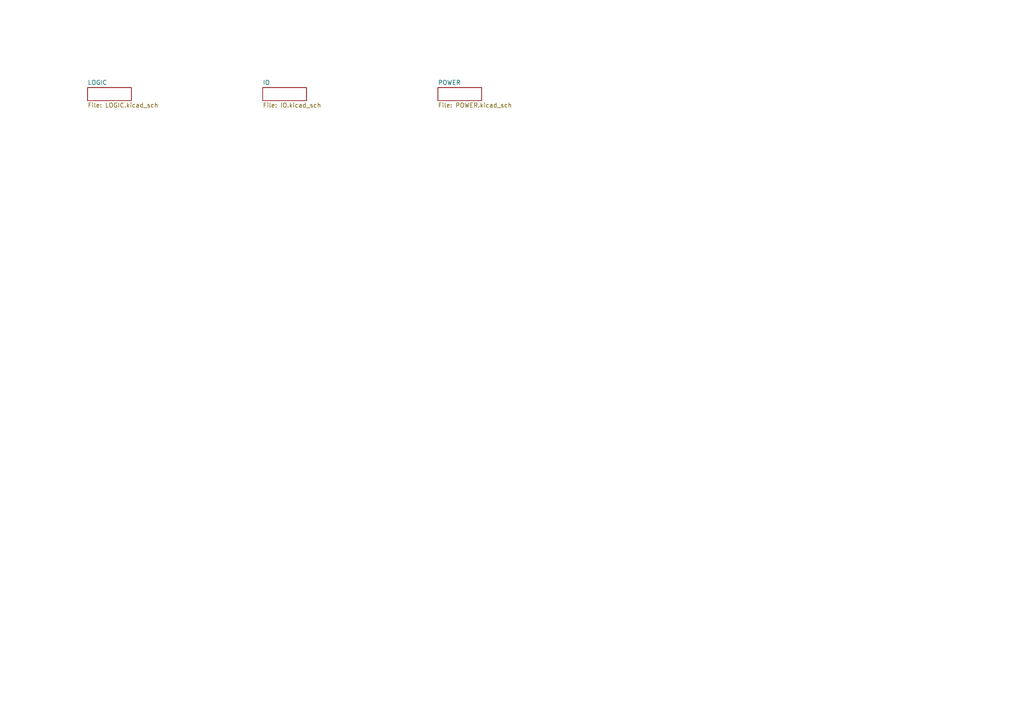
<source format=kicad_sch>
(kicad_sch
	(version 20231120)
	(generator "eeschema")
	(generator_version "8.0")
	(uuid "18f69951-f40c-4bae-af51-326edd25d952")
	(paper "A4")
	(lib_symbols)
	(sheet
		(at 127 25.4)
		(size 12.7 3.81)
		(fields_autoplaced yes)
		(stroke
			(width 0)
			(type solid)
		)
		(fill
			(color 0 0 0 0.0000)
		)
		(uuid "3bd3bbab-354b-4a59-853b-90fd2e225818")
		(property "Sheetname" "POWER"
			(at 127 24.6884 0)
			(effects
				(font
					(size 1.27 1.27)
				)
				(justify left bottom)
			)
		)
		(property "Sheetfile" "POWER.kicad_sch"
			(at 127 29.7946 0)
			(effects
				(font
					(size 1.27 1.27)
				)
				(justify left top)
			)
		)
		(instances
			(project "Fake6525"
				(path "/18f69951-f40c-4bae-af51-326edd25d952"
					(page "3")
				)
			)
		)
	)
	(sheet
		(at 25.4 25.4)
		(size 12.7 3.81)
		(fields_autoplaced yes)
		(stroke
			(width 0)
			(type solid)
		)
		(fill
			(color 0 0 0 0.0000)
		)
		(uuid "7aeec89d-4317-4429-bbf8-83fb85160e03")
		(property "Sheetname" "LOGIC"
			(at 25.4 24.6884 0)
			(effects
				(font
					(size 1.27 1.27)
				)
				(justify left bottom)
			)
		)
		(property "Sheetfile" "LOGIC.kicad_sch"
			(at 25.4 29.7946 0)
			(effects
				(font
					(size 1.27 1.27)
				)
				(justify left top)
			)
		)
		(instances
			(project "Fake6525"
				(path "/18f69951-f40c-4bae-af51-326edd25d952"
					(page "1")
				)
			)
		)
	)
	(sheet
		(at 76.2 25.4)
		(size 12.7 3.81)
		(fields_autoplaced yes)
		(stroke
			(width 0)
			(type solid)
		)
		(fill
			(color 0 0 0 0.0000)
		)
		(uuid "e5ac6665-7d39-4450-b754-32e9a89acc7b")
		(property "Sheetname" "IO"
			(at 76.2 24.6884 0)
			(effects
				(font
					(size 1.27 1.27)
				)
				(justify left bottom)
			)
		)
		(property "Sheetfile" "IO.kicad_sch"
			(at 76.2 29.7946 0)
			(effects
				(font
					(size 1.27 1.27)
				)
				(justify left top)
			)
		)
		(instances
			(project "Fake6525"
				(path "/18f69951-f40c-4bae-af51-326edd25d952"
					(page "2")
				)
			)
		)
	)
	(sheet_instances
		(path "/"
			(page "1")
		)
	)
)

</source>
